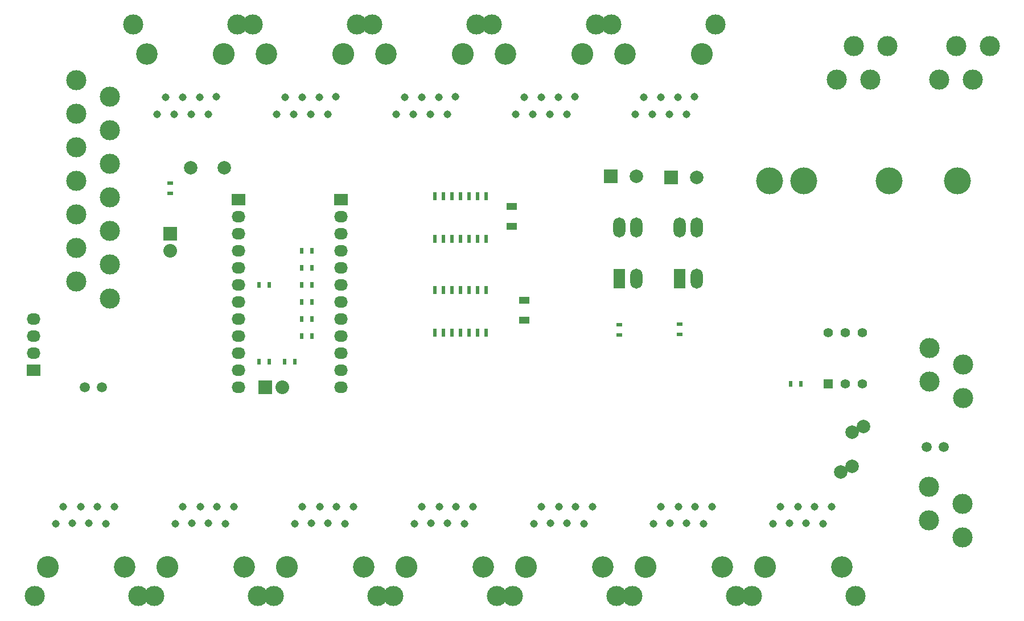
<source format=gts>
G04 #@! TF.FileFunction,Soldermask,Top*
%FSLAX46Y46*%
G04 Gerber Fmt 4.6, Leading zero omitted, Abs format (unit mm)*
G04 Created by KiCad (PCBNEW (2015-05-13 BZR 5653)-product) date Tue 09 Jun 2015 09:53:40 PM CEST*
%MOMM*%
G01*
G04 APERTURE LIST*
%ADD10C,0.100000*%
%ADD11C,3.000000*%
%ADD12R,2.032000X2.032000*%
%ADD13O,2.032000X2.032000*%
%ADD14R,2.032000X1.727200*%
%ADD15O,2.032000X1.727200*%
%ADD16C,3.251200*%
%ADD17C,3.200400*%
%ADD18C,1.143000*%
%ADD19C,1.501140*%
%ADD20C,1.998980*%
%ADD21R,1.600000X1.000000*%
%ADD22R,1.998980X1.998980*%
%ADD23R,1.397000X1.397000*%
%ADD24C,1.397000*%
%ADD25R,0.500000X0.900000*%
%ADD26R,0.900000X0.500000*%
%ADD27R,1.800000X3.000000*%
%ADD28O,1.800000X3.000000*%
%ADD29C,4.000000*%
%ADD30R,0.508000X1.143000*%
G04 APERTURE END LIST*
D10*
D11*
X247474740Y-98672640D03*
X252476000Y-101172000D03*
X252476000Y-106172000D03*
X247474740Y-103672640D03*
D12*
X148780000Y-83820000D03*
D13*
X151320000Y-83820000D03*
D14*
X160020000Y-55880000D03*
D15*
X160020000Y-58420000D03*
X160020000Y-60960000D03*
X160020000Y-63500000D03*
X160020000Y-66040000D03*
X160020000Y-68580000D03*
X160020000Y-71120000D03*
X160020000Y-73660000D03*
X160020000Y-76200000D03*
X160020000Y-78740000D03*
X160020000Y-81280000D03*
X160020000Y-83820000D03*
D14*
X144780000Y-55880000D03*
D15*
X144780000Y-58420000D03*
X144780000Y-60960000D03*
X144780000Y-63500000D03*
X144780000Y-66040000D03*
X144780000Y-68580000D03*
X144780000Y-71120000D03*
X144780000Y-73660000D03*
X144780000Y-76200000D03*
X144780000Y-78740000D03*
X144780000Y-81280000D03*
X144780000Y-83820000D03*
D16*
X213741000Y-34188400D03*
D17*
X202285600Y-34188400D03*
D18*
X205079600Y-40640000D03*
X207619600Y-40665400D03*
X210134200Y-40665400D03*
X212608160Y-40622220D03*
X203809600Y-43180000D03*
X206349600Y-43180000D03*
X208864200Y-43180000D03*
X211429600Y-43180000D03*
D11*
X215741000Y-29840000D03*
X200280000Y-29840000D03*
D12*
X134620000Y-60960000D03*
D13*
X134620000Y-63500000D03*
D19*
X121920000Y-83820000D03*
X124460000Y-83820000D03*
X249682000Y-92710000D03*
X247142000Y-92710000D03*
D20*
X237792260Y-89689940D03*
X234393740Y-96492060D03*
X236093000Y-90551000D03*
X236093000Y-95631000D03*
D21*
X185420000Y-56920000D03*
X185420000Y-59920000D03*
X187325000Y-70890000D03*
X187325000Y-73890000D03*
D16*
X142621000Y-34188400D03*
D17*
X131165600Y-34188400D03*
D18*
X133959600Y-40640000D03*
X136499600Y-40665400D03*
X139014200Y-40665400D03*
X141488160Y-40622220D03*
X132689600Y-43180000D03*
X135229600Y-43180000D03*
X137744200Y-43180000D03*
X140309600Y-43180000D03*
D11*
X144621000Y-29840000D03*
X129160000Y-29840000D03*
D20*
X212979000Y-52578000D03*
D22*
X209169000Y-52578000D03*
D20*
X203962000Y-52451000D03*
D22*
X200152000Y-52451000D03*
D16*
X116459000Y-110591600D03*
D17*
X127914400Y-110591600D03*
D18*
X125120400Y-104140000D03*
X122580400Y-104114600D03*
X120065800Y-104114600D03*
X117591840Y-104157780D03*
X126390400Y-101600000D03*
X123850400Y-101600000D03*
X121335800Y-101600000D03*
X118770400Y-101600000D03*
D11*
X114459000Y-114940000D03*
X129920000Y-114940000D03*
D16*
X134239000Y-110591600D03*
D17*
X145694400Y-110591600D03*
D18*
X142900400Y-104140000D03*
X140360400Y-104114600D03*
X137845800Y-104114600D03*
X135371840Y-104157780D03*
X144170400Y-101600000D03*
X141630400Y-101600000D03*
X139115800Y-101600000D03*
X136550400Y-101600000D03*
D11*
X132239000Y-114940000D03*
X147700000Y-114940000D03*
D16*
X195961000Y-34188400D03*
D17*
X184505600Y-34188400D03*
D18*
X187299600Y-40640000D03*
X189839600Y-40665400D03*
X192354200Y-40665400D03*
X194828160Y-40622220D03*
X186029600Y-43180000D03*
X188569600Y-43180000D03*
X191084200Y-43180000D03*
X193649600Y-43180000D03*
D11*
X197961000Y-29840000D03*
X182500000Y-29840000D03*
D16*
X223139000Y-110591600D03*
D17*
X234594400Y-110591600D03*
D18*
X231800400Y-104140000D03*
X229260400Y-104114600D03*
X226745800Y-104114600D03*
X224271840Y-104157780D03*
X233070400Y-101600000D03*
X230530400Y-101600000D03*
X228015800Y-101600000D03*
X225450400Y-101600000D03*
D11*
X221139000Y-114940000D03*
X236600000Y-114940000D03*
X249040640Y-38021260D03*
X251540000Y-33020000D03*
X256540000Y-33020000D03*
X254040640Y-38021260D03*
X233800640Y-38021260D03*
X236300000Y-33020000D03*
X241300000Y-33020000D03*
X238800640Y-38021260D03*
X247601740Y-77971640D03*
X252603000Y-80471000D03*
X252603000Y-85471000D03*
X247601740Y-82971640D03*
D23*
X232537000Y-83312000D03*
D24*
X235077000Y-83312000D03*
X237617000Y-83312000D03*
X237617000Y-75692000D03*
X235077000Y-75692000D03*
X232537000Y-75692000D03*
D25*
X154190000Y-73660000D03*
X155690000Y-73660000D03*
X154190000Y-71120000D03*
X155690000Y-71120000D03*
X154190000Y-68580000D03*
X155690000Y-68580000D03*
X155690000Y-66040000D03*
X154190000Y-66040000D03*
X147840000Y-80010000D03*
X149340000Y-80010000D03*
X151650000Y-80010000D03*
X153150000Y-80010000D03*
X149340000Y-68580000D03*
X147840000Y-68580000D03*
X154190000Y-76200000D03*
X155690000Y-76200000D03*
X155690000Y-63500000D03*
X154190000Y-63500000D03*
D26*
X210439000Y-74434000D03*
X210439000Y-75934000D03*
X201422000Y-74561000D03*
X201422000Y-76061000D03*
D25*
X226961000Y-83312000D03*
X228461000Y-83312000D03*
D14*
X114300000Y-81280000D03*
D15*
X114300000Y-78740000D03*
X114300000Y-76200000D03*
X114300000Y-73660000D03*
D11*
X120650000Y-68100000D03*
X125651260Y-70599360D03*
X125651260Y-65599360D03*
X120650000Y-63100000D03*
X120650000Y-58100000D03*
X125651260Y-60599360D03*
X125651260Y-55599360D03*
X120650000Y-53100000D03*
X120650000Y-48100000D03*
X125651260Y-50599360D03*
X125651260Y-45599360D03*
X120650000Y-43100000D03*
X120650000Y-38100000D03*
X125651260Y-40599360D03*
D16*
X152019000Y-110591600D03*
D17*
X163474400Y-110591600D03*
D18*
X160680400Y-104140000D03*
X158140400Y-104114600D03*
X155625800Y-104114600D03*
X153151840Y-104157780D03*
X161950400Y-101600000D03*
X159410400Y-101600000D03*
X156895800Y-101600000D03*
X154330400Y-101600000D03*
D11*
X150019000Y-114940000D03*
X165480000Y-114940000D03*
D16*
X169799000Y-110591600D03*
D17*
X181254400Y-110591600D03*
D18*
X178460400Y-104140000D03*
X175920400Y-104114600D03*
X173405800Y-104114600D03*
X170931840Y-104157780D03*
X179730400Y-101600000D03*
X177190400Y-101600000D03*
X174675800Y-101600000D03*
X172110400Y-101600000D03*
D11*
X167799000Y-114940000D03*
X183260000Y-114940000D03*
D16*
X178181000Y-34188400D03*
D17*
X166725600Y-34188400D03*
D18*
X169519600Y-40640000D03*
X172059600Y-40665400D03*
X174574200Y-40665400D03*
X177048160Y-40622220D03*
X168249600Y-43180000D03*
X170789600Y-43180000D03*
X173304200Y-43180000D03*
X175869600Y-43180000D03*
D11*
X180181000Y-29840000D03*
X164720000Y-29840000D03*
D16*
X160401000Y-34188400D03*
D17*
X148945600Y-34188400D03*
D18*
X151739600Y-40640000D03*
X154279600Y-40665400D03*
X156794200Y-40665400D03*
X159268160Y-40622220D03*
X150469600Y-43180000D03*
X153009600Y-43180000D03*
X155524200Y-43180000D03*
X158089600Y-43180000D03*
D11*
X162401000Y-29840000D03*
X146940000Y-29840000D03*
D16*
X187579000Y-110591600D03*
D17*
X199034400Y-110591600D03*
D18*
X196240400Y-104140000D03*
X193700400Y-104114600D03*
X191185800Y-104114600D03*
X188711840Y-104157780D03*
X197510400Y-101600000D03*
X194970400Y-101600000D03*
X192455800Y-101600000D03*
X189890400Y-101600000D03*
D11*
X185579000Y-114940000D03*
X201040000Y-114940000D03*
D16*
X205359000Y-110591600D03*
D17*
X216814400Y-110591600D03*
D18*
X214020400Y-104140000D03*
X211480400Y-104114600D03*
X208965800Y-104114600D03*
X206491840Y-104157780D03*
X215290400Y-101600000D03*
X212750400Y-101600000D03*
X210235800Y-101600000D03*
X207670400Y-101600000D03*
D11*
X203359000Y-114940000D03*
X218820000Y-114940000D03*
D27*
X210439000Y-67691000D03*
D28*
X212979000Y-67691000D03*
X212979000Y-60071000D03*
X210439000Y-60071000D03*
D27*
X201422000Y-67691000D03*
D28*
X203962000Y-67691000D03*
X203962000Y-60071000D03*
X201422000Y-60071000D03*
D29*
X251714000Y-53086000D03*
X241554000Y-53086000D03*
X228854000Y-53086000D03*
X223774000Y-53086000D03*
D20*
X142707360Y-51181000D03*
X137706100Y-51181000D03*
D26*
X134620000Y-54979000D03*
X134620000Y-53479000D03*
D30*
X173990000Y-75692000D03*
X175260000Y-75692000D03*
X176530000Y-75692000D03*
X177800000Y-75692000D03*
X179070000Y-75692000D03*
X180340000Y-75692000D03*
X181610000Y-75692000D03*
X181610000Y-69342000D03*
X180340000Y-69342000D03*
X177800000Y-69342000D03*
X176530000Y-69342000D03*
X175260000Y-69342000D03*
X173990000Y-69342000D03*
X179070000Y-69342000D03*
X173990000Y-61722000D03*
X175260000Y-61722000D03*
X176530000Y-61722000D03*
X177800000Y-61722000D03*
X179070000Y-61722000D03*
X180340000Y-61722000D03*
X181610000Y-61722000D03*
X181610000Y-55372000D03*
X180340000Y-55372000D03*
X177800000Y-55372000D03*
X176530000Y-55372000D03*
X175260000Y-55372000D03*
X173990000Y-55372000D03*
X179070000Y-55372000D03*
M02*

</source>
